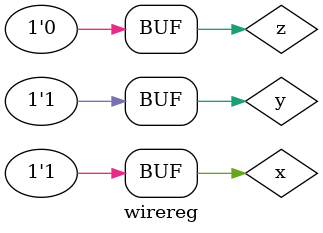
<source format=v>
module wirereg();

wire x;
reg z;

reg y;

assign x = y;

initial begin
    z = 1;
    #10;
    z = 2;
    #10;
    y = 1;
end


initial begin
    $dumpfile("garbage.vcd");
    $dumpvars(0, wirereg);

end
endmodule
</source>
